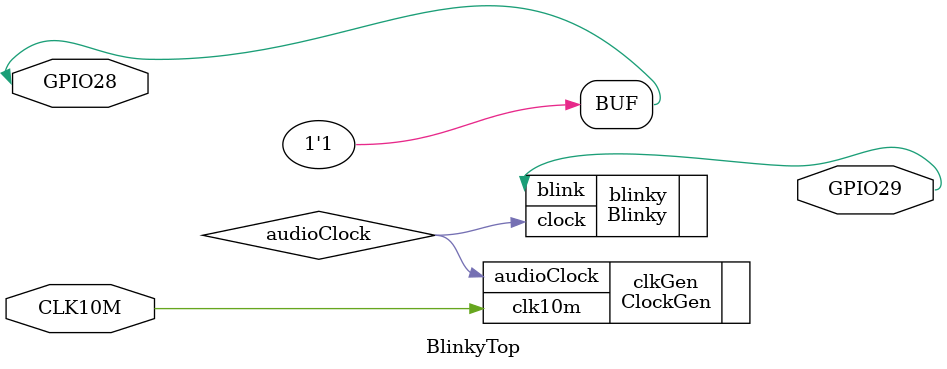
<source format=v>

module BlinkyTop
(
   input CLK10M,
   input GPIO28,
   output GPIO29
);

wire audioClock;

assign GPIO28 = 1'b1;

Blinky #(.COUNTER_SIZE(27)) blinky
(
    .clock(audioClock),
    .blink(GPIO29)
);

ClockGen clkGen
(
    .clk10m(CLK10M),
    .audioClock(audioClock)
);

endmodule
</source>
